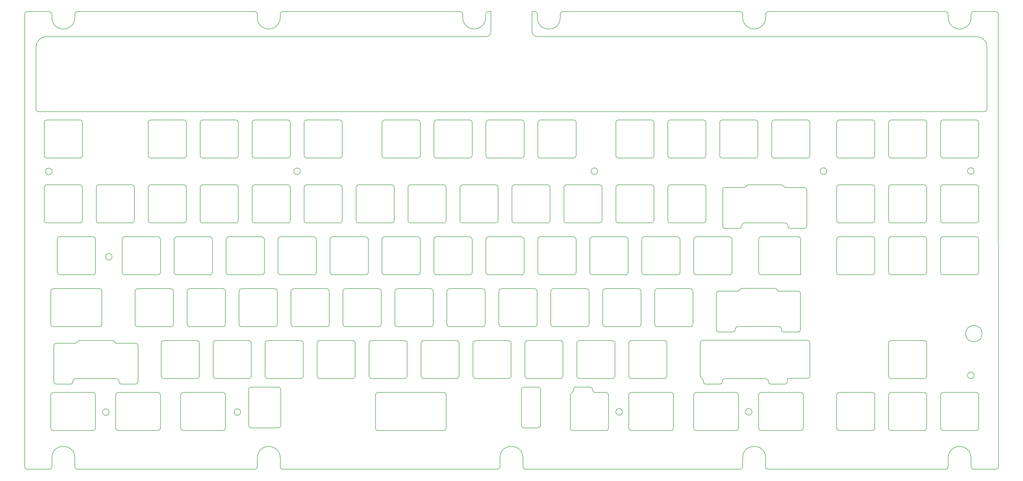
<source format=gbr>
%TF.GenerationSoftware,KiCad,Pcbnew,7.0.5*%
%TF.CreationDate,2023-07-12T21:54:34+02:00*%
%TF.ProjectId,Strata_ANSI,53747261-7461-45f4-914e-53492e6b6963,rev?*%
%TF.SameCoordinates,Original*%
%TF.FileFunction,Profile,NP*%
%FSLAX46Y46*%
G04 Gerber Fmt 4.6, Leading zero omitted, Abs format (unit mm)*
G04 Created by KiCad (PCBNEW 7.0.5) date 2023-07-12 21:54:34*
%MOMM*%
%LPD*%
G01*
G04 APERTURE LIST*
%TA.AperFunction,Profile*%
%ADD10C,0.200000*%
%TD*%
%ADD11C,0.200000*%
G04 APERTURE END LIST*
D10*
X132822756Y92369251D02*
G75*
G03*
X131822749Y91369266I44J-1000051D01*
G01*
X145822680Y79369170D02*
X145822757Y91369177D01*
X223310547Y130468705D02*
X235310554Y130468628D01*
X-21864522Y140282816D02*
G75*
G03*
X-20864516Y141282764I22J999984D01*
G01*
X132239382Y27074575D02*
X132238861Y30273697D01*
X268647498Y40268368D02*
X256647492Y40268444D01*
X54335367Y116469826D02*
G75*
G03*
X55335374Y117469767I33J999974D01*
G01*
X11472602Y78369992D02*
G75*
G03*
X12472608Y79370019I-2J1000008D01*
G01*
X116247537Y59319348D02*
X104247530Y59319424D01*
X84197526Y60319552D02*
X84197602Y72319559D01*
X108010537Y141281944D02*
G75*
G03*
X109010548Y140281937I1000063J56D01*
G01*
X146110595Y141281702D02*
G75*
G03*
X147110569Y140281695I999905J-102D01*
G01*
X220950339Y92456960D02*
X232950338Y92461038D01*
X66147599Y73319674D02*
X78147605Y73319598D01*
X155347613Y72319106D02*
G75*
G03*
X154347647Y73319113I-1000113J-106D01*
G01*
X3235574Y153282618D02*
X3235497Y141282611D01*
X234393097Y78461528D02*
X219517098Y78456472D01*
X156635511Y130469095D02*
G75*
G03*
X155635505Y129469135I-11J-999995D01*
G01*
X237604353Y59409628D02*
X237604346Y58318575D01*
X121010282Y97419311D02*
G75*
G03*
X122010289Y98419332I18J999989D01*
G01*
X163872684Y78369055D02*
X151872677Y78369131D01*
X6709857Y40270034D02*
X-7671401Y40270126D01*
X207735510Y129468803D02*
G75*
G03*
X206735539Y130468810I-1000110J-103D01*
G01*
X202972820Y91368813D02*
G75*
G03*
X201972794Y92368820I-999920J87D01*
G01*
X126939220Y184840967D02*
G75*
G03*
X128939233Y186841010I80J1999933D01*
G01*
X306748003Y116468166D02*
G75*
G03*
X307748010Y117468161I-40J1000047D01*
G01*
X154347647Y73319113D02*
X142347640Y73319189D01*
X268647862Y97418398D02*
X256647855Y97418475D01*
X236604339Y57318581D02*
X231604337Y57318613D01*
X170922777Y92369030D02*
G75*
G03*
X169922770Y91369023I23J-1000030D01*
G01*
D11*
X211513019Y90453752D02*
X211533267Y90655293D01*
X211611482Y90887326D01*
X211741154Y91089922D01*
X211914431Y91255223D01*
X212123461Y91375374D01*
X212360392Y91442517D01*
X212512679Y91454092D01*
D10*
X188972704Y79368896D02*
X188972780Y91368902D01*
X242456236Y97419029D02*
X229455924Y97418648D01*
X125772663Y78369330D02*
G75*
G03*
X126772670Y79369292I37J999970D01*
G01*
X194735595Y140281392D02*
X206735601Y140281316D01*
X245835705Y153281074D02*
X245835628Y141281067D01*
X184210322Y98418936D02*
X184210399Y110418943D01*
X295546049Y194039954D02*
X230624049Y194040368D01*
X16141201Y54270006D02*
G75*
G03*
X15141194Y53269988I-1J-1000006D01*
G01*
X213872447Y115468757D02*
X213872530Y128468764D01*
X174685613Y141281520D02*
G75*
G03*
X175685584Y140281513I999887J-120D01*
G01*
X56622715Y92369745D02*
X68622722Y92369669D01*
X-33864440Y154282854D02*
X-21864433Y154282778D01*
X274697513Y41268330D02*
G75*
G03*
X275697502Y40268323I1000097J90D01*
G01*
X165160351Y98419058D02*
G75*
G03*
X166160306Y97419051I1000049J42D01*
G01*
X-31483825Y54270332D02*
G75*
G03*
X-32483832Y53270291I25J-1000032D01*
G01*
X-21864674Y116470257D02*
X-33864680Y116470334D01*
X51654512Y30275632D02*
X51655034Y27074749D01*
X221224242Y191839714D02*
G75*
G03*
X229624238Y191841082I4199998J616D01*
G01*
X8997568Y73320039D02*
G75*
G03*
X7997561Y72320043I32J-1000039D01*
G01*
X37102374Y47066956D02*
G75*
G03*
X37102374Y47066956I-1200000J0D01*
G01*
X-30102307Y98420300D02*
G75*
G03*
X-29102299Y97420293I1000007J0D01*
G01*
X87578739Y54269468D02*
G75*
G03*
X86578732Y53269533I61J-1000068D01*
G01*
X-32066459Y191841326D02*
X-32066655Y193042209D01*
X174685500Y117469007D02*
G75*
G03*
X175685433Y116469000I999900J-107D01*
G01*
X43255034Y27075141D02*
X43254512Y30274263D01*
X-5289697Y111420204D02*
G75*
G03*
X-6289704Y110420155I-3J-1000004D01*
G01*
X144822763Y92369184D02*
X132822756Y92369260D01*
X54335519Y140282285D02*
X42335512Y140282362D01*
X221224034Y193040597D02*
G75*
G03*
X220224049Y194040434I-999934J-97D01*
G01*
X94722736Y92369502D02*
X106722742Y92369426D01*
X7709942Y53270035D02*
G75*
G03*
X6709946Y54270042I-999942J65D01*
G01*
X-7671312Y54270133D02*
X6709946Y54270042D01*
X218641310Y54268693D02*
X204260052Y54268785D01*
X212785571Y141281278D02*
G75*
G03*
X213785605Y140281271I1000029J22D01*
G01*
X86578656Y41269527D02*
X86578732Y53269533D01*
X160397560Y60319067D02*
G75*
G03*
X161397561Y59319060I1000040J33D01*
G01*
X42335601Y154282369D02*
X54335608Y154282293D01*
X117577352Y194041087D02*
X52655352Y194041501D01*
X17235535Y153282528D02*
G75*
G03*
X16235587Y154282535I-999935J72D01*
G01*
X293748003Y117468250D02*
G75*
G03*
X294747997Y116468243I1000059J52D01*
G01*
X193735677Y153281405D02*
X193735600Y141281399D01*
X30522369Y40269924D02*
G75*
G03*
X31522376Y41269877I31J999976D01*
G01*
X102960279Y98419453D02*
X102960355Y110419460D01*
X-30368332Y72321537D02*
X-23662383Y72323816D01*
X61385460Y130469747D02*
G75*
G03*
X60385453Y129469741I40J-1000047D01*
G01*
X268647498Y40268365D02*
G75*
G03*
X269647505Y41268362I-38J1000045D01*
G01*
X-33864440Y154282847D02*
G75*
G03*
X-34864447Y153282860I40J-1000047D01*
G01*
X274698220Y153280890D02*
X274698144Y141280884D01*
X168635429Y116469064D02*
G75*
G03*
X169635436Y117469039I71J999936D01*
G01*
X-15814688Y117470219D02*
G75*
G03*
X-14814670Y116470212I999888J-119D01*
G01*
X293748079Y129468256D02*
X293748003Y117468250D01*
X188685446Y117468918D02*
X188685522Y129468925D01*
X166135035Y55269028D02*
G75*
G03*
X165135044Y56269035I-999935J72D01*
G01*
X231835621Y141281156D02*
X231835697Y153281163D01*
X307748087Y129468167D02*
G75*
G03*
X306748093Y130468174I-1000004J3D01*
G01*
X306747882Y97418156D02*
X294747876Y97418232D01*
X206735449Y116468844D02*
G75*
G03*
X207735456Y117468797I51J999956D01*
G01*
X305946049Y194039888D02*
G75*
G03*
X304946043Y193039725I46J-1000052D01*
G01*
X304945210Y30274020D02*
X304945731Y27073137D01*
X121010644Y154281869D02*
X109010637Y154281945D01*
X84197545Y60319552D02*
G75*
G03*
X85197520Y59319545I1000055J48D01*
G01*
X-14721163Y78370156D02*
G75*
G03*
X-13721156Y79370185I63J999944D01*
G01*
X104247620Y73319432D02*
X116247626Y73319355D01*
X293748154Y141280762D02*
G75*
G03*
X294748149Y140280756I1000003J-3D01*
G01*
X63860340Y111419709D02*
X51860334Y111419785D01*
X294747512Y40268202D02*
X306747519Y40268125D01*
X221872458Y116468749D02*
G75*
G03*
X220872451Y115468712I42J-1000049D01*
G01*
X121010555Y140281838D02*
G75*
G03*
X122010562Y141281855I45J999962D01*
G01*
D11*
X220084484Y91956665D02*
X220222094Y92141950D01*
X220395403Y92288629D01*
X220596602Y92392189D01*
X220817882Y92448120D01*
X220950339Y92456960D01*
D10*
X42335450Y130469857D02*
G75*
G03*
X41335443Y129469862I50J-1000057D01*
G01*
X228072929Y111418664D02*
X241456242Y111418579D01*
X160110386Y110419096D02*
X160110309Y98419090D01*
X234682729Y91461627D02*
X241388678Y91463906D01*
X287698145Y140280800D02*
G75*
G03*
X288698152Y141280795I33J999974D01*
G01*
X159110303Y97419091D02*
G75*
G03*
X160110309Y98419090I-103J1000109D01*
G01*
X169922710Y79369017D02*
G75*
G03*
X170922688Y78369010I999890J-117D01*
G01*
X156635422Y116469122D02*
X168635429Y116469045D01*
X140639346Y27074183D02*
G75*
G03*
X141639376Y26074346I1000054J217D01*
G01*
X219641228Y41268680D02*
X219641304Y53268686D01*
X227072558Y53268639D02*
X227072482Y41268633D01*
X46097505Y60319795D02*
X46097582Y72319801D01*
X128060648Y154281824D02*
X140060654Y154281747D01*
X35285357Y116469894D02*
X23285350Y116469970D01*
X-33066648Y194042046D02*
X-41062442Y194042097D01*
X93722695Y79369502D02*
G75*
G03*
X94722647Y78369495I999905J-102D01*
G01*
X195828791Y53268838D02*
X195828715Y41268832D01*
X269647581Y53268368D02*
X269647505Y41268362D01*
X60097589Y72319712D02*
X60097513Y60319705D01*
X113772746Y92369361D02*
G75*
G03*
X112772739Y91369387I54J-1000061D01*
G01*
X293748231Y153280769D02*
X293748154Y141280762D01*
X197210323Y97418853D02*
X185210317Y97418929D01*
X23285502Y140282483D02*
X35285508Y140282407D01*
D11*
X-9930673Y73328484D02*
X-9701405Y73301951D01*
X-9487723Y73225200D01*
X-9297437Y73102737D01*
X-9138360Y72939069D01*
X-9064477Y72828778D01*
D10*
X-32066654Y193042209D02*
G75*
G03*
X-33066648Y194042046I-999946J-109D01*
G01*
X50834887Y41269754D02*
X41078631Y41269816D01*
X159110575Y140281618D02*
G75*
G03*
X160110582Y141281613I25J999982D01*
G01*
X122010669Y153281862D02*
G75*
G03*
X121010644Y154281869I-1000069J-62D01*
G01*
X61385460Y130469735D02*
X73385467Y130469659D01*
X-23666908Y27075229D02*
G75*
G03*
X-22666972Y26075392I999908J71D01*
G01*
X158575635Y54166802D02*
G75*
G03*
X159135033Y55064455I-440435J897598D01*
G01*
X140078680Y42269187D02*
G75*
G03*
X141078685Y41269180I1000020J13D01*
G01*
X52655028Y26074912D02*
X131239376Y26074412D01*
X206728364Y58318771D02*
G75*
G03*
X207728324Y57318764I1000036J29D01*
G01*
X252016898Y135518194D02*
G75*
G03*
X252016898Y135518194I-1200000J0D01*
G01*
X43255541Y191840847D02*
X43255345Y193041730D01*
X127060293Y98419300D02*
G75*
G03*
X128060286Y97419293I1000007J0D01*
G01*
X-20864635Y129470258D02*
G75*
G03*
X-21864585Y130470265I-999965J42D01*
G01*
X-14721073Y92370199D02*
X-31483583Y92370306D01*
X-31363573Y58321198D02*
X-31367992Y71321197D01*
X40047585Y73319840D02*
X28047578Y73319916D01*
X41078727Y56269880D02*
G75*
G03*
X40078720Y55269830I-27J-999980D01*
G01*
X194735532Y130468887D02*
X206735539Y130468810D01*
X220224049Y194040434D02*
X155302049Y194040847D01*
X-8671374Y41270133D02*
G75*
G03*
X-7671401Y40270126I1000074J67D01*
G01*
X-33864591Y130470341D02*
X-21864585Y130470265D01*
X203260308Y98418815D02*
G75*
G03*
X204260327Y97418808I999892J-115D01*
G01*
X83910388Y110419581D02*
G75*
G03*
X82910350Y111419588I-1000088J-81D01*
G01*
X216260333Y97418732D02*
X204260327Y97418808D01*
X131535495Y129469288D02*
G75*
G03*
X130535497Y130469295I-999995J12D01*
G01*
X230604313Y58318619D02*
G75*
G03*
X231604337Y57318613I999887J-119D01*
G01*
X232835704Y154281203D02*
G75*
G03*
X231835697Y153281163I-4J-1000003D01*
G01*
X79147600Y72319591D02*
X79147523Y60319584D01*
X243748457Y114468566D02*
X238748454Y114468598D01*
X-31483672Y78370298D02*
X-14721163Y78370191D01*
X130535497Y130469295D02*
X118535491Y130469372D01*
X168016909Y135476240D02*
G75*
G03*
X168016909Y135476240I-1200000J0D01*
G01*
X127060564Y141281823D02*
X127060641Y153281830D01*
X112485516Y129469409D02*
G75*
G03*
X111485487Y130469416I-1000116J-109D01*
G01*
X187685528Y130468931D02*
X175685522Y130469008D01*
X-34084499Y184842048D02*
X126939220Y184841023D01*
X236176580Y129968625D02*
G75*
G03*
X237042599Y129468617I866020J499975D01*
G01*
X306016892Y135545165D02*
G75*
G03*
X306016892Y135545165I-1200000J0D01*
G01*
X269647946Y110418399D02*
G75*
G03*
X268647951Y111418406I-1000086J-79D01*
G01*
X255648059Y129468499D02*
X255647982Y117468492D01*
X108010314Y98419421D02*
G75*
G03*
X109010275Y97419414I999886J-121D01*
G01*
X216260333Y97418660D02*
G75*
G03*
X217260340Y98418726I67J999940D01*
G01*
X126977346Y193040858D02*
X126977541Y191841737D01*
X111485398Y116469395D02*
G75*
G03*
X112485405Y117469403I-98J1000105D01*
G01*
X3235391Y117470098D02*
G75*
G03*
X4235340Y116470091I999909J-98D01*
G01*
X201972704Y78368789D02*
G75*
G03*
X202972711Y79368807I-104J1000111D01*
G01*
X123297630Y73319277D02*
G75*
G03*
X122297623Y72319316I-130J-999877D01*
G01*
X41335518Y141282369D02*
X41335594Y153282375D01*
X-34864523Y141282853D02*
X-34864447Y153282860D01*
X194828708Y40268837D02*
X180447450Y40268929D01*
X164872767Y91369056D02*
X164872691Y79369049D01*
X169635553Y129469046D02*
G75*
G03*
X168635518Y130469053I-999953J54D01*
G01*
X127977352Y194040954D02*
G75*
G03*
X126977346Y193040858I48J-1000054D01*
G01*
D11*
X-31367992Y71321197D02*
X-31347743Y71522738D01*
X-31269528Y71754771D01*
X-31139856Y71957367D01*
X-30966579Y72122668D01*
X-30757549Y72242819D01*
X-30520618Y72309962D01*
X-30368332Y72321537D01*
D10*
X69622669Y91369662D02*
G75*
G03*
X68622722Y92369669I-999969J38D01*
G01*
X160110403Y110419096D02*
G75*
G03*
X159110392Y111419103I-1000103J-96D01*
G01*
X28047578Y73319929D02*
G75*
G03*
X27047571Y72319922I22J-1000029D01*
G01*
X117247620Y72319348D02*
X117247544Y60319342D01*
X221224238Y191839714D02*
X221224043Y193040597D01*
X46097488Y60319795D02*
G75*
G03*
X47097500Y59319788I1000012J5D01*
G01*
X7710227Y98420059D02*
X7710303Y110420066D01*
X220223725Y26073869D02*
G75*
G03*
X221223731Y27074008I-25J1000031D01*
G01*
X150585474Y129469167D02*
G75*
G03*
X149585508Y130469174I-999974J33D01*
G01*
X-34084499Y184842023D02*
G75*
G03*
X-37866523Y181060072I-1J-3782023D01*
G01*
X229455924Y97418648D02*
X228072840Y97418657D01*
X8997479Y59320030D02*
X20997486Y59319954D01*
X213785694Y154281313D02*
G75*
G03*
X212785687Y153281284I6J-1000013D01*
G01*
X179160396Y110418975D02*
X179160320Y98418968D01*
X89960627Y154282080D02*
G75*
G03*
X88960620Y153282072I-27J-999980D01*
G01*
X44810241Y97419823D02*
X32810234Y97419899D01*
X313987041Y26073248D02*
G75*
G03*
X314987048Y27073411I79J999928D01*
G01*
X47097589Y73319818D02*
G75*
G03*
X46097582Y72319801I11J-1000018D01*
G01*
X85197609Y73319553D02*
X97197616Y73319476D01*
X88960347Y110419549D02*
X88960271Y98419542D01*
X212728326Y57318733D02*
X207728324Y57318764D01*
X175685673Y154281534D02*
G75*
G03*
X174685666Y153281527I27J-1000034D01*
G01*
X189972787Y92368920D02*
G75*
G03*
X188972780Y91368902I13J-1000020D01*
G01*
X193735449Y117468886D02*
X193735525Y129468892D01*
X113772746Y92369381D02*
X125772752Y92369305D01*
X-31483583Y92370289D02*
G75*
G03*
X-32483589Y91370311I-17J-999989D01*
G01*
X307747602Y53268126D02*
G75*
G03*
X306747608Y54268133I-999924J83D01*
G01*
X93435438Y129469531D02*
G75*
G03*
X92435477Y130469538I-999938J69D01*
G01*
X256647944Y111418482D02*
X268647951Y111418406D01*
X-20864591Y129470258D02*
X-20864667Y117470252D01*
X-22666972Y26075392D02*
X42255028Y26074978D01*
X15141074Y41269981D02*
G75*
G03*
X16141112Y40269974I1000026J19D01*
G01*
X149585419Y116469166D02*
X137585412Y116469243D01*
X174685666Y153281527D02*
X174685590Y141281520D01*
X70910344Y111419663D02*
G75*
G03*
X69910337Y110419670I56J-1000063D01*
G01*
D11*
X206728331Y58631300D02*
X206707053Y58835215D01*
X206644867Y59030594D01*
X206581905Y59151985D01*
D10*
X40047496Y59319797D02*
G75*
G03*
X41047503Y60319827I4J1000003D01*
G01*
X147078778Y55269149D02*
X147078695Y42269142D01*
X41335562Y141282369D02*
G75*
G03*
X42335512Y140282362I1000038J31D01*
G01*
X4235429Y130470078D02*
G75*
G03*
X3235422Y129470105I-129J-999878D01*
G01*
X197210323Y97418870D02*
G75*
G03*
X198210330Y98418847I-23J1000030D01*
G01*
X140638861Y30275066D02*
X140639383Y27074183D01*
X22285584Y153282496D02*
X22285508Y141282490D01*
X268647983Y116468410D02*
G75*
G03*
X269647990Y117468403I-33J1000040D01*
G01*
X182922694Y78368899D02*
G75*
G03*
X183922701Y79368928I6J1000001D01*
G01*
X173397657Y73318992D02*
X161397650Y73319068D01*
X56622715Y92369792D02*
G75*
G03*
X55622708Y91369751I-15J-999992D01*
G01*
X128060375Y111419332D02*
G75*
G03*
X127060368Y110419306I25J-1000032D01*
G01*
X37572705Y92369866D02*
X49572711Y92369790D01*
X255647985Y117468492D02*
G75*
G03*
X256647976Y116468485I999975J-32D01*
G01*
X-13721101Y91370192D02*
G75*
G03*
X-14721073Y92370199I-999999J8D01*
G01*
X-20864439Y153282771D02*
X-20864516Y141282764D01*
X293747594Y53268215D02*
X293747518Y41268208D01*
X45810324Y110419823D02*
X45810248Y98419817D01*
X268647862Y97418401D02*
G75*
G03*
X269647869Y98418393I8J999999D01*
G01*
X150585502Y129469167D02*
X150585426Y117469161D01*
X70910255Y97419657D02*
X82910261Y97419580D01*
X12760230Y98420027D02*
X12760306Y110420034D01*
X31522711Y91369904D02*
G75*
G03*
X30522701Y92369911I-1000111J-104D01*
G01*
X20997486Y59320008D02*
G75*
G03*
X21997492Y60319948I14J999992D01*
G01*
X18522694Y92370012D02*
G75*
G03*
X17522688Y91369993I6J-1000012D01*
G01*
X118577539Y191840368D02*
G75*
G03*
X126977541Y191841737I4200001J682D01*
G01*
X-16102176Y110420217D02*
G75*
G03*
X-17102204Y111420224I-999924J83D01*
G01*
X236604339Y57318554D02*
G75*
G03*
X237604346Y58318575I61J999946D01*
G01*
X288697636Y60318251D02*
X288697713Y72318257D01*
X307747966Y110418157D02*
X307747889Y98418150D01*
X275697955Y111418362D02*
G75*
G03*
X274697948Y110418367I55J-1000062D01*
G01*
X109010637Y154281970D02*
G75*
G03*
X108010630Y153281951I-37J-999970D01*
G01*
X-20864422Y153282771D02*
G75*
G03*
X-21864433Y154282778I-1000078J-71D01*
G01*
X109010548Y140281937D02*
X121010555Y140281861D01*
X41047503Y60319827D02*
X41047579Y72319833D01*
X98485385Y117469492D02*
G75*
G03*
X99485392Y116469485I1000015J8D01*
G01*
X26760314Y110419945D02*
X26760237Y98419938D01*
X288697955Y110418278D02*
G75*
G03*
X287697961Y111418285I-1000045J-38D01*
G01*
X-29102210Y111420317D02*
G75*
G03*
X-30102217Y110420306I10J-1000017D01*
G01*
X287697719Y73318264D02*
X275697712Y73318341D01*
X306748155Y140280679D02*
G75*
G03*
X307748162Y141280673I32J999975D01*
G01*
X159110303Y97419095D02*
X147110296Y97419172D01*
X146078688Y41269148D02*
X141078685Y41269180D01*
X306748244Y154280687D02*
X294748238Y154280763D01*
X158016165Y41269072D02*
G75*
G03*
X159016189Y40269065I1000035J28D01*
G01*
X55622637Y79369744D02*
G75*
G03*
X56622626Y78369737I1000063J56D01*
G01*
X27047409Y60319916D02*
G75*
G03*
X28047489Y59319909I999991J-16D01*
G01*
X165135044Y56269035D02*
X160135041Y56269067D01*
X287697872Y97418277D02*
G75*
G03*
X288697879Y98418271I6J1000001D01*
G01*
X13760313Y111420028D02*
X25760320Y111419952D01*
X118577541Y191840368D02*
X118577345Y193041250D01*
X102960551Y141281976D02*
X102960628Y153281983D01*
X104247620Y73319487D02*
G75*
G03*
X103247613Y72319437I-20J-999987D01*
G01*
X244748574Y128468567D02*
G75*
G03*
X243748552Y129468574I-1000074J-67D01*
G01*
X-21864522Y140282770D02*
X-33864529Y140282847D01*
X236748466Y116468612D02*
X221872458Y116468706D01*
X256648217Y154280990D02*
G75*
G03*
X255648210Y153281011I-117J-999890D01*
G01*
X132822667Y78369252D02*
X144822674Y78369176D01*
X165160312Y98419058D02*
X165160389Y110419064D01*
X17235505Y141282522D02*
X17235581Y153282528D01*
X304946043Y193039725D02*
X304946238Y191840603D01*
X307747525Y41268119D02*
X307747602Y53268126D01*
X51860334Y111419773D02*
G75*
G03*
X50860327Y110419791I-134J-999873D01*
G01*
X-34864553Y141282853D02*
G75*
G03*
X-33864529Y140282847I1000053J47D01*
G01*
X-32066966Y27075621D02*
X-32067487Y30274743D01*
X61385612Y154282295D02*
G75*
G03*
X60385605Y153282254I-12J-999995D01*
G01*
X158575634Y54166803D02*
G75*
G03*
X158016271Y53269079I440666J-897703D01*
G01*
D11*
X-22796527Y72824111D02*
X-22934137Y72638825D01*
X-23107447Y72492146D01*
X-23308646Y72388586D01*
X-23529926Y72332655D01*
X-23662383Y72323816D01*
D10*
X229624043Y193040205D02*
X229624238Y191841082D01*
X193735592Y141281399D02*
G75*
G03*
X194735595Y140281392I1000008J1D01*
G01*
X188972689Y79368896D02*
G75*
G03*
X189972698Y78368889I1000011J4D01*
G01*
X177102357Y47136880D02*
G75*
G03*
X177102357Y47136880I-1200000J0D01*
G01*
X7710273Y110420066D02*
G75*
G03*
X6710309Y111420073I-999973J34D01*
G01*
X201972704Y78368812D02*
X189972698Y78368889D01*
X142347640Y73319167D02*
G75*
G03*
X141347633Y72319195I60J-1000067D01*
G01*
X225785611Y140281182D02*
G75*
G03*
X226785618Y141281189I-111J1000118D01*
G01*
X244837334Y59409566D02*
G75*
G03*
X245837334Y60409634I66J999934D01*
G01*
X187685680Y154281444D02*
X175685673Y154281521D01*
X194735532Y130468875D02*
G75*
G03*
X193735525Y129468892I-132J-999875D01*
G01*
X35285357Y116469936D02*
G75*
G03*
X36285364Y117469888I43J999964D01*
G01*
X275697987Y116468364D02*
X287697993Y116468288D01*
X140638859Y30275066D02*
G75*
G03*
X132238861Y30273697I-4199999J-716D01*
G01*
X164872762Y91369056D02*
G75*
G03*
X163872773Y92369062I-999962J44D01*
G01*
X32810323Y111419907D02*
X44810330Y111419830D01*
X306747608Y54268133D02*
X294747601Y54268209D01*
X102960590Y153281983D02*
G75*
G03*
X101960633Y154281990I-999990J17D01*
G01*
X150872683Y79369138D02*
X150872760Y91369145D01*
X73385377Y116469616D02*
G75*
G03*
X74385384Y117469645I23J999984D01*
G01*
X128939279Y194041015D02*
X127977352Y194041021D01*
X294748149Y140280756D02*
X306748155Y140280679D01*
X308972771Y75846697D02*
G75*
G03*
X308972771Y75846697I-3000000J0D01*
G01*
X269648066Y129468409D02*
G75*
G03*
X268648072Y130468416I-1000096J-89D01*
G01*
X230604326Y58318619D02*
G75*
G03*
X229604348Y59318626I-999926J81D01*
G01*
X128060375Y111419301D02*
X140060381Y111419224D01*
X244835622Y140281072D02*
G75*
G03*
X245835628Y141281067I-122J1000128D01*
G01*
X204260416Y111418816D02*
X216260422Y111418739D01*
X268648134Y140280919D02*
G75*
G03*
X269648141Y141280916I106J999901D01*
G01*
X179447456Y41268936D02*
X179447533Y53268942D01*
X160397644Y72319074D02*
X160397567Y60319067D01*
X221223731Y27074008D02*
X221223210Y30273131D01*
X86578620Y41269527D02*
G75*
G03*
X87578650Y40269520I1000080J73D01*
G01*
X49572622Y78369771D02*
G75*
G03*
X50572629Y79369776I-122J1000129D01*
G01*
X242456236Y110418579D02*
X242456236Y97419029D01*
X65147466Y60319673D02*
G75*
G03*
X66147510Y59319666I1000034J27D01*
G01*
X50860327Y110419791D02*
X50860250Y98419785D01*
X307748162Y141280673D02*
X307748238Y153280680D01*
X306747519Y40268125D02*
G75*
G03*
X307747525Y41268119I-38J1000044D01*
G01*
X304945731Y27073137D02*
G75*
G03*
X305945725Y26073300I999982J145D01*
G01*
X-37866725Y158282881D02*
G75*
G03*
X-36866674Y157282875I1000025J19D01*
G01*
X137585501Y130469250D02*
X149585508Y130469174D01*
X194828708Y40268885D02*
G75*
G03*
X195828715Y41268832I-8J1000015D01*
G01*
X7997530Y60320037D02*
G75*
G03*
X8997479Y59320030I1000070J63D01*
G01*
X241393776Y76463907D02*
X236393776Y76462208D01*
X122010365Y110419339D02*
X122010289Y98419332D01*
X144822674Y78369220D02*
G75*
G03*
X145822680Y79369170I26J999980D01*
G01*
X-23667513Y30276112D02*
G75*
G03*
X-32067487Y30274743I-4199987J-712D01*
G01*
X121010282Y97419338D02*
X109010275Y97419414D01*
X175685433Y116469000D02*
X187685439Y116468924D01*
X288698000Y117468282D02*
X288698076Y129468288D01*
X-527405Y78370101D02*
X11472602Y78370025D01*
X68622632Y78369661D02*
G75*
G03*
X69622639Y79369655I68J999939D01*
G01*
X60385605Y153282254D02*
X60385528Y141282247D01*
X23285439Y130469978D02*
X35285446Y130469901D01*
X141060648Y153281740D02*
X141060572Y141281734D01*
X108010630Y153281951D02*
X108010554Y141281944D01*
X74385572Y153282165D02*
G75*
G03*
X73385618Y154282172I-999972J35D01*
G01*
X187685591Y140281402D02*
G75*
G03*
X188685598Y141281431I9J999998D01*
G01*
X274697584Y53268336D02*
X274697508Y41268330D01*
X111484913Y40269380D02*
G75*
G03*
X112484920Y41269362I-13J1000020D01*
G01*
X127060292Y98419300D02*
X127060368Y110419306D01*
X147078756Y55269149D02*
G75*
G03*
X146078784Y56269156I-999956J51D01*
G01*
X-32483602Y79370305D02*
G75*
G03*
X-31483672Y78370298I999902J-105D01*
G01*
X36572622Y79369865D02*
X36572698Y91369872D01*
X36285501Y129469894D02*
G75*
G03*
X35285446Y130469901I-1000101J-94D01*
G01*
X43255539Y191840847D02*
G75*
G03*
X51655541Y191842216I4200001J683D01*
G01*
X198210406Y110418854D02*
X198210330Y98418847D01*
X146110651Y153281708D02*
X146110575Y141281702D01*
X-6289704Y110420155D02*
X-6289780Y98420148D01*
X35285508Y140282385D02*
G75*
G03*
X36285515Y141282401I-108J1000115D01*
G01*
X-1487235Y57331353D02*
X-6487235Y57329653D01*
X-5289786Y97420142D02*
X6710220Y97420065D01*
X158016271Y53269079D02*
X158016195Y41269072D01*
X36285515Y141282401D02*
X36285592Y153282407D01*
D11*
X242393436Y77464247D02*
X242373188Y77262705D01*
X242294972Y77030672D01*
X242165301Y76828076D01*
X241992024Y76662775D01*
X241782994Y76542624D01*
X241546062Y76475481D01*
X241393776Y76463907D01*
D10*
X112772574Y79369381D02*
G75*
G03*
X113772657Y78369374I1000026J19D01*
G01*
X-13721156Y79370185D02*
X-13721079Y91370192D01*
X60097619Y72319712D02*
G75*
G03*
X59097595Y73319719I-1000119J-112D01*
G01*
X274698147Y141280884D02*
G75*
G03*
X275698138Y140280877I999963J-44D01*
G01*
X-31983066Y135376348D02*
G75*
G03*
X-31983066Y135376348I-1200000J0D01*
G01*
X63860251Y97419742D02*
G75*
G03*
X64860258Y98419696I49J999958D01*
G01*
X256647581Y54268426D02*
G75*
G03*
X255647574Y53268457I19J-1000026D01*
G01*
X150872631Y79369138D02*
G75*
G03*
X151872677Y78369131I1000069J62D01*
G01*
X108010281Y98419421D02*
X108010358Y110419428D01*
X307748010Y117468161D02*
X307748087Y129468167D01*
X296545731Y27073529D02*
X296545210Y30272651D01*
X294747601Y54268209D02*
G75*
G03*
X293747594Y53268215I-57J-999950D01*
G01*
X223310547Y130468704D02*
G75*
G03*
X222444518Y129968710I53J-1000104D01*
G01*
X-16102607Y53270187D02*
G75*
G03*
X-17102567Y54270193I-999993J13D01*
G01*
D11*
X-7780708Y59036320D02*
X-7642432Y58863522D01*
X-7546246Y58666466D01*
X-7495244Y58452621D01*
X-7487574Y58329313D01*
D10*
X128060648Y154281759D02*
G75*
G03*
X127060641Y153281830I52J-1000059D01*
G01*
D11*
X236393776Y76462208D02*
X236173814Y76486619D01*
X235966460Y76557944D01*
X235779185Y76673092D01*
X235686570Y76754861D01*
D10*
X-8487914Y59328973D02*
X-23363913Y59323917D01*
X141639376Y26074346D02*
X220223725Y26073845D01*
X-41062442Y194042148D02*
G75*
G03*
X-42062448Y193041934I42J-1000048D01*
G01*
X275697623Y59318333D02*
X287697630Y59318257D01*
X30522612Y78369881D02*
G75*
G03*
X31522619Y79369898I-112J1000119D01*
G01*
X229623210Y30274500D02*
G75*
G03*
X221223210Y30273131I-4200000J-700D01*
G01*
X112772663Y79369381D02*
X112772739Y91369387D01*
X35285597Y154282414D02*
X23285591Y154282490D01*
X59097506Y59319711D02*
X47097500Y59319788D01*
X131822652Y79369259D02*
G75*
G03*
X132822667Y78369252I1000048J41D01*
G01*
X106722653Y78369440D02*
G75*
G03*
X107722660Y79369413I47J999960D01*
G01*
X-1814580Y129470137D02*
X-1814657Y117470130D01*
X159110664Y154281626D02*
X147110658Y154281703D01*
X145902242Y191840193D02*
G75*
G03*
X154302238Y191841562I4199998J687D01*
G01*
X12472732Y91370025D02*
G75*
G03*
X11472691Y92370032I-999932J75D01*
G01*
X-6289758Y98420148D02*
G75*
G03*
X-5289786Y97420142I1000058J52D01*
G01*
X242453734Y40268459D02*
G75*
G03*
X243453741Y41268528I66J999941D01*
G01*
X172016296Y53268990D02*
G75*
G03*
X171016284Y54268996I-1000096J-90D01*
G01*
X16235347Y116470047D02*
G75*
G03*
X17235353Y117470009I53J999953D01*
G01*
X192447667Y73318870D02*
X180447661Y73318947D01*
X307748238Y153280680D02*
G75*
G03*
X306748244Y154280687I-1000062J-55D01*
G01*
X145822784Y91369177D02*
G75*
G03*
X144822763Y92369184I-1000084J-77D01*
G01*
X51655012Y27074749D02*
G75*
G03*
X52655028Y26074912I999888J51D01*
G01*
X17522688Y91369993D02*
X17522611Y79369987D01*
X288698152Y141280795D02*
X288698228Y153280801D01*
X-491993Y71331692D02*
X-487575Y58331692D01*
X309746013Y157280669D02*
X-36866674Y157282875D01*
X85197609Y73319598D02*
G75*
G03*
X84197602Y72319559I-9J-999998D01*
G01*
X51834976Y55269755D02*
X51834894Y42269748D01*
X-2814664Y116470136D02*
X-14814670Y116470212D01*
X68622632Y78369661D02*
X56622626Y78369737D01*
X245835681Y153281074D02*
G75*
G03*
X244835711Y154281081I-999981J26D01*
G01*
X54335367Y116469772D02*
X42335361Y116469849D01*
X26760352Y110419945D02*
G75*
G03*
X25760320Y111419952I-999952J55D01*
G01*
X269647945Y110418399D02*
X269647869Y98418393D01*
X171016284Y54268996D02*
X167135032Y54269021D01*
X293747518Y41268208D02*
G75*
G03*
X294747512Y40268202I999970J-36D01*
G01*
X229623779Y27073616D02*
G75*
G03*
X230623725Y26073779I999921J84D01*
G01*
X103247524Y60319431D02*
G75*
G03*
X104247530Y59319424I1000076J69D01*
G01*
X227072757Y98418664D02*
G75*
G03*
X228072840Y97418657I1000043J36D01*
G01*
X145939667Y184840902D02*
X306964188Y184839877D01*
X131822749Y91369266D02*
X131822673Y79369259D01*
X206735690Y154281323D02*
X194735684Y154281399D01*
X4235429Y130470099D02*
X16235436Y130470022D01*
X151872766Y92369140D02*
G75*
G03*
X150872760Y91369145I34J-1000040D01*
G01*
X16235347Y116470015D02*
X4235340Y116470091D01*
X145902238Y191840193D02*
X145902043Y193041076D01*
X40078637Y42269823D02*
X40078720Y55269830D01*
X140060292Y97419217D02*
X128060286Y97419293D01*
X183922741Y91368934D02*
G75*
G03*
X182922783Y92368941I-999941J66D01*
G01*
D11*
X241388678Y91463906D02*
X241608639Y91439494D01*
X241815993Y91368169D01*
X242003268Y91253021D01*
X242095884Y91171253D01*
D10*
X41335367Y117469856D02*
X41335443Y129469862D01*
X42255352Y194041567D02*
X-22666648Y194041980D01*
X135297547Y59319226D02*
X123297541Y59319303D01*
X146110272Y98419179D02*
G75*
G03*
X147110296Y97419172I1000028J21D01*
G01*
X142347551Y59319182D02*
X154347558Y59319105D01*
X147110385Y111419179D02*
X159110392Y111419103D01*
X97197527Y59319466D02*
G75*
G03*
X98197534Y60319463I73J999934D01*
G01*
X92435388Y116469505D02*
G75*
G03*
X93435395Y117469524I12J999995D01*
G01*
X-33066972Y26075466D02*
G75*
G03*
X-32066966Y27075621I72J999934D01*
G01*
X274697994Y117468371D02*
G75*
G03*
X275697987Y116468364I1000016J9D01*
G01*
X193735479Y117468886D02*
G75*
G03*
X194735443Y116468879I999921J-86D01*
G01*
X229623210Y30274500D02*
X229623731Y27073616D01*
X-9995844Y104062566D02*
G75*
G03*
X-9995844Y104062566I-1200000J0D01*
G01*
X287697630Y59318257D02*
G75*
G03*
X288697636Y60318251I92J999914D01*
G01*
X172016202Y41268983D02*
X172016279Y53268990D01*
X255648210Y153281011D02*
X255648134Y141281005D01*
X136585443Y117469250D02*
G75*
G03*
X137585412Y116469243I1000057J50D01*
G01*
X-17102567Y54270193D02*
X-31483825Y54270285D01*
X-32483589Y91370311D02*
X-32483666Y79370305D01*
X-16102286Y98420211D02*
X-16102209Y110420217D01*
X28047489Y59319909D02*
X40047496Y59319833D01*
X226785618Y141281189D02*
X226785695Y153281195D01*
X16235587Y154282535D02*
X4235581Y154282612D01*
X55335450Y129469773D02*
X55335374Y117469767D01*
X230623725Y26073779D02*
X295545725Y26073366D01*
D11*
X242095884Y91171253D02*
X242234159Y90998455D01*
X242330345Y90801399D01*
X242381347Y90587554D01*
X242389018Y90464246D01*
D10*
X94722736Y92369471D02*
G75*
G03*
X93722729Y91369508I-136J-999871D01*
G01*
X224602351Y47160604D02*
G75*
G03*
X224602351Y47160604I-1200000J0D01*
G01*
X304945210Y30274020D02*
G75*
G03*
X296545210Y30272651I-4200000J-622D01*
G01*
X41047540Y72319833D02*
G75*
G03*
X40047585Y73319840I-999940J67D01*
G01*
X117247655Y72319348D02*
G75*
G03*
X116247626Y73319355I-999955J52D01*
G01*
X218641221Y40268672D02*
G75*
G03*
X219641228Y41268680I-121J1000128D01*
G01*
X211517438Y77453753D02*
X211513019Y90453752D01*
X4235581Y154282626D02*
G75*
G03*
X3235574Y153282618I19J-1000026D01*
G01*
X305945725Y26073300D02*
X313987041Y26073248D01*
X243748457Y114468536D02*
G75*
G03*
X244748464Y115468560I43J999964D01*
G01*
D11*
X220084484Y91956665D02*
X219946873Y91771379D01*
X219773563Y91624700D01*
X219572364Y91521140D01*
X219351084Y91465209D01*
X219218628Y91456371D01*
D10*
X118577387Y193041250D02*
G75*
G03*
X117577352Y194041087I-1000087J-250D01*
G01*
X122297603Y60319310D02*
G75*
G03*
X123297541Y59319303I999897J-110D01*
G01*
X314960000Y193040000D02*
G75*
G03*
X313960006Y194039837I-999931J-94D01*
G01*
X269648141Y141280916D02*
X269648218Y153280922D01*
X51860245Y97419778D02*
X63860251Y97419702D01*
X207735533Y129468803D02*
X207735456Y117468797D01*
X166135021Y55269028D02*
G75*
G03*
X167135032Y54269021I1000079J72D01*
G01*
X228072565Y54268642D02*
G75*
G03*
X227072558Y53268639I35J-1000042D01*
G01*
D11*
X235100303Y78168875D02*
X235238578Y77996076D01*
X235334764Y77799021D01*
X235385766Y77585176D01*
X235393437Y77461868D01*
D10*
X192447578Y59318915D02*
G75*
G03*
X193447585Y60318857I22J999985D01*
G01*
X-41035406Y26075508D02*
X-33066972Y26075458D01*
X213785605Y140281271D02*
X225785611Y140281194D01*
X3235346Y117470098D02*
X3235422Y129470105D01*
X161397561Y59319060D02*
X173397568Y59318984D01*
X31522376Y41269877D02*
X31522453Y53269883D01*
X226785602Y153281195D02*
G75*
G03*
X225785700Y154281202I-1000002J5D01*
G01*
X98197610Y72319470D02*
X98197534Y60319463D01*
X207735723Y153281316D02*
G75*
G03*
X206735690Y154281323I-999923J84D01*
G01*
X256648065Y130468541D02*
G75*
G03*
X255648059Y129468499I35J-1000041D01*
G01*
X128939233Y186841010D02*
X128939279Y194041015D01*
X135297547Y59319246D02*
G75*
G03*
X136297554Y60319221I53J999954D01*
G01*
X59097506Y59319687D02*
G75*
G03*
X60097513Y60319705I-106J1000113D01*
G01*
X18522605Y78369980D02*
X30522612Y78369903D01*
X179447539Y60318946D02*
G75*
G03*
X180447572Y59318939I1000061J54D01*
G01*
X41335349Y117469856D02*
G75*
G03*
X42335361Y116469849I1000051J44D01*
G01*
X78147516Y59319590D02*
X66147510Y59319666D01*
X50834887Y41269806D02*
G75*
G03*
X51834894Y42269748I13J999994D01*
G01*
X236176628Y129968652D02*
G75*
G03*
X235310554Y130468628I-866028J-500052D01*
G01*
X101960361Y111419467D02*
X89960354Y111419543D01*
X74672616Y79369623D02*
G75*
G03*
X75672636Y78369616I999884J-123D01*
G01*
X-32483832Y53270291D02*
X-32483908Y41270284D01*
X288697955Y110418278D02*
X288697879Y98418271D01*
X-32483923Y41270284D02*
G75*
G03*
X-31483914Y40270277I1000023J16D01*
G01*
D11*
X-22796527Y72824111D02*
X-22658916Y73009395D01*
X-22485607Y73156074D01*
X-22284408Y73259635D01*
X-22063128Y73315565D01*
X-21930672Y73324405D01*
D10*
X-42062448Y193041934D02*
X-42035400Y27075346D01*
X179447654Y72318953D02*
X179447577Y60318946D01*
D11*
X234682729Y91461627D02*
X234453461Y91488159D01*
X234239779Y91564909D01*
X234049494Y91687372D01*
X233890417Y91851041D01*
X233816534Y91961333D01*
D10*
X178160313Y97418974D02*
X166160306Y97419051D01*
X217517778Y76455792D02*
X212517778Y76454092D01*
X60385540Y141282247D02*
G75*
G03*
X61385522Y140282240I1000060J53D01*
G01*
X75672636Y78369616D02*
X87672643Y78369540D01*
X-42035492Y27075346D02*
G75*
G03*
X-41035406Y26075508I999992J154D01*
G01*
X293747882Y98418239D02*
X293747958Y110418246D01*
X147110385Y111419222D02*
G75*
G03*
X146110378Y110419185I15J-1000022D01*
G01*
X256648128Y140280998D02*
X268648134Y140280922D01*
X296546238Y191839234D02*
G75*
G03*
X304946238Y191840603I4200000J592D01*
G01*
X269647990Y117468403D02*
X269648066Y129468409D01*
X98197576Y72319470D02*
G75*
G03*
X97197616Y73319476I-999976J30D01*
G01*
X55335602Y153282286D02*
X55335526Y141282280D01*
X178160313Y97418880D02*
G75*
G03*
X179160320Y98418968I-113J1000120D01*
G01*
D11*
X-24363573Y58323577D02*
X-24383821Y58122035D01*
X-24462036Y57890002D01*
X-24591708Y57687406D01*
X-24764985Y57522105D01*
X-24974015Y57401954D01*
X-25210946Y57334811D01*
X-25363233Y57323237D01*
D10*
X214728340Y59318767D02*
G75*
G03*
X213728333Y58318727I160J-1000167D01*
G01*
X230624049Y194040357D02*
G75*
G03*
X229624043Y193040205I51J-1000057D01*
G01*
X101960544Y140281949D02*
G75*
G03*
X102960551Y141281976I56J999951D01*
G01*
X227072526Y41268633D02*
G75*
G03*
X228072476Y40268626I1000074J67D01*
G01*
X140060292Y97419201D02*
G75*
G03*
X141060299Y98419211I-92J1000099D01*
G01*
X160135041Y56269066D02*
G75*
G03*
X159135034Y55269073I59J-1000066D01*
G01*
X202972788Y91368813D02*
X202972711Y79368807D01*
X188685598Y141281431D02*
X188685674Y153281437D01*
X79435406Y117469613D02*
G75*
G03*
X80435381Y116469606I999894J-113D01*
G01*
X-37866668Y158282881D02*
X-37866523Y181060072D01*
X-17102204Y111420224D02*
X-29102210Y111420301D01*
X-7671312Y54270119D02*
G75*
G03*
X-8671319Y53270139I12J-1000019D01*
G01*
X88960235Y98419542D02*
G75*
G03*
X89960265Y97419535I1000065J58D01*
G01*
X73385377Y116469651D02*
X61385371Y116469728D01*
X82910350Y111419588D02*
X70910344Y111419664D01*
X-23666654Y193041817D02*
X-23666459Y191842695D01*
X237748498Y115468605D02*
G75*
G03*
X238748454Y114468598I999902J-105D01*
G01*
X-15814664Y117470219D02*
X-15814588Y129470226D01*
X174397692Y72318985D02*
G75*
G03*
X173397657Y73318992I-1000092J-85D01*
G01*
X163872684Y78369109D02*
G75*
G03*
X164872691Y79369049I16J999991D01*
G01*
X275697502Y40268323D02*
X287697508Y40268246D01*
X74672718Y91369630D02*
X74672642Y79369623D01*
X193447570Y72318863D02*
G75*
G03*
X192447667Y73318870I-999970J37D01*
G01*
X74385459Y129469652D02*
G75*
G03*
X73385467Y130469659I-999959J48D01*
G01*
D11*
X232950338Y92461038D02*
X233179605Y92434506D01*
X233393287Y92357755D01*
X233583573Y92235292D01*
X233742650Y92071624D01*
X233816534Y91961333D01*
D10*
X141060375Y110419217D02*
X141060299Y98419211D01*
X275698076Y130468371D02*
G75*
G03*
X274698069Y129468377I14J-1000021D01*
G01*
X-23667488Y30276112D02*
X-23666966Y27075229D01*
X54335519Y140282274D02*
G75*
G03*
X55335526Y141282280I-119J1000126D01*
G01*
X288698076Y129468288D02*
G75*
G03*
X287698082Y130468295I-1000047J-40D01*
G01*
X51654508Y30275632D02*
G75*
G03*
X43254512Y30274263I-4199998J-682D01*
G01*
X31810299Y98419906D02*
G75*
G03*
X32810234Y97419899I999901J-106D01*
G01*
X141060324Y110419217D02*
G75*
G03*
X140060381Y111419224I-999924J83D01*
G01*
X131535415Y117469282D02*
X131535492Y129469288D01*
X122010345Y110419339D02*
G75*
G03*
X121010371Y111419345I-999945J61D01*
G01*
X155302049Y194040857D02*
G75*
G03*
X154302043Y193040684I51J-1000057D01*
G01*
X168635518Y130469053D02*
X156635511Y130469129D01*
X15141194Y53269988D02*
X15141117Y41269981D01*
X-34864666Y117470341D02*
G75*
G03*
X-33864680Y116470334I1000066J59D01*
G01*
X32810323Y111419883D02*
G75*
G03*
X31810317Y110419913I-123J-999883D01*
G01*
X3235404Y141282611D02*
G75*
G03*
X4235492Y140282604I999996J-11D01*
G01*
X50860278Y98419785D02*
G75*
G03*
X51860245Y97419778I999922J-85D01*
G01*
X12472608Y79370019D02*
X12472685Y91370025D01*
X169635436Y117469039D02*
X169635512Y129469046D01*
X55622632Y79369744D02*
X55622708Y91369751D01*
X20997575Y73319961D02*
X8997568Y73320038D01*
X154302043Y193040684D02*
X154302238Y191841562D01*
X155347564Y60319099D02*
X155347641Y72319106D01*
X204260416Y111418791D02*
G75*
G03*
X203260409Y110418822I-116J-999891D01*
G01*
X136297630Y72319227D02*
X136297554Y60319221D01*
X154347558Y59319136D02*
G75*
G03*
X155347564Y60319099I42J999964D01*
G01*
X79435463Y129469620D02*
X79435387Y117469613D01*
D11*
X-487575Y58331692D02*
X-507822Y58130150D01*
X-586038Y57898117D01*
X-715709Y57695521D01*
X-888986Y57530220D01*
X-1098016Y57410069D01*
X-1334948Y57342926D01*
X-1487235Y57331353D01*
D10*
X232835704Y154281157D02*
X244835711Y154281081D01*
X219872444Y114468749D02*
G75*
G03*
X220872451Y115468712I56J999951D01*
G01*
X294748086Y130468250D02*
G75*
G03*
X293748079Y129468256I9J-1000016D01*
G01*
X60385328Y117469735D02*
G75*
G03*
X61385371Y116469728I1000072J65D01*
G01*
X204259963Y40268777D02*
X218641221Y40268686D01*
X244835622Y140281073D02*
X232835615Y140281150D01*
X193447585Y60318857D02*
X193447661Y72318863D01*
X287697872Y97418277D02*
X275697865Y97418354D01*
X219872444Y114468718D02*
X214872441Y114468750D01*
X255648198Y141281005D02*
G75*
G03*
X256648128Y140280998I999902J-105D01*
G01*
X111484913Y40269368D02*
X87578650Y40269520D01*
X126772747Y91369298D02*
X126772670Y79369292D01*
X293747882Y98418239D02*
G75*
G03*
X294747876Y97418232I1000064J57D01*
G01*
X87578739Y54269527D02*
X111485002Y54269375D01*
X73385529Y140282164D02*
G75*
G03*
X74385536Y141282158I71J999936D01*
G01*
D11*
X-8487914Y59328973D02*
X-8267952Y59304561D01*
X-8060598Y59233236D01*
X-7873323Y59118088D01*
X-7780708Y59036320D01*
D10*
X212728326Y57318667D02*
G75*
G03*
X213728333Y58318727I74J999933D01*
G01*
X287697508Y40268246D02*
G75*
G03*
X288697515Y41268241I-35J1000042D01*
G01*
X21997561Y72319954D02*
G75*
G03*
X20997575Y73319961I-999961J46D01*
G01*
X117535364Y117469371D02*
G75*
G03*
X118535402Y116469364I1000036J29D01*
G01*
X-1527399Y79370108D02*
G75*
G03*
X-527405Y78370101I999999J-8D01*
G01*
X228072476Y40268626D02*
X242453734Y40268534D01*
X141347582Y60319188D02*
G75*
G03*
X142347551Y59319182I999918J-88D01*
G01*
X31522490Y53269883D02*
G75*
G03*
X30522459Y54269890I-1000090J-83D01*
G01*
X25760231Y97419963D02*
G75*
G03*
X26760237Y98419938I69J999937D01*
G01*
X16141112Y40269974D02*
X30522369Y40269883D01*
X171016195Y40268998D02*
G75*
G03*
X172016202Y41268983I5J1000002D01*
G01*
X55335480Y129469773D02*
G75*
G03*
X54335456Y130469780I-1000080J-73D01*
G01*
X306747882Y97418156D02*
G75*
G03*
X307747889Y98418150I3J1000004D01*
G01*
X-22666648Y194041954D02*
G75*
G03*
X-23666654Y193041817I48J-1000054D01*
G01*
X274698069Y129468377D02*
X274697993Y117468371D01*
X79147598Y72319591D02*
G75*
G03*
X78147605Y73319598I-999998J9D01*
G01*
X64860258Y98419696D02*
X64860334Y110419702D01*
D11*
X234393097Y78461528D02*
X234613058Y78437116D01*
X234820412Y78365791D01*
X235007687Y78250643D01*
X235100303Y78168875D01*
D10*
X50572690Y91369783D02*
G75*
G03*
X49572711Y92369790I-999990J17D01*
G01*
X275697955Y111418361D02*
X287697961Y111418285D01*
X66147599Y73319708D02*
G75*
G03*
X65147592Y72319680I1J-1000008D01*
G01*
X274697705Y72318346D02*
X274697629Y60318340D01*
X-34864675Y117470341D02*
X-34864598Y129470347D01*
X294747965Y111418240D02*
G75*
G03*
X293747958Y110418246I54J-1000061D01*
G01*
X274697871Y98418361D02*
G75*
G03*
X275697865Y97418354I1000018J11D01*
G01*
X16235498Y140282495D02*
G75*
G03*
X17235505Y141282522I2J1000005D01*
G01*
X-17102656Y40270149D02*
G75*
G03*
X-16102649Y41270180I56J999951D01*
G01*
D11*
X-30363233Y57321538D02*
X-30564774Y57341785D01*
X-30796807Y57420001D01*
X-30999403Y57549672D01*
X-31164704Y57722949D01*
X-31284855Y57931979D01*
X-31351998Y58168911D01*
X-31363573Y58321198D01*
D10*
X49572622Y78369782D02*
X37572616Y78369859D01*
X179160382Y110418975D02*
G75*
G03*
X178160402Y111418982I-999982J25D01*
G01*
X97197527Y59319469D02*
X85197520Y59319545D01*
X287697993Y116468288D02*
G75*
G03*
X288698000Y117468282I-38J1000045D01*
G01*
X237748512Y115468605D02*
G75*
G03*
X236748466Y116468612I-1000112J-105D01*
G01*
X229604348Y59318626D02*
X214728340Y59318721D01*
X112484996Y53269368D02*
X112484920Y41269362D01*
X111485487Y130469416D02*
X99485481Y130469493D01*
X-21864674Y116470267D02*
G75*
G03*
X-20864667Y117470252I74J999933D01*
G01*
X83910268Y98419575D02*
X83910345Y110419581D01*
X106722653Y78369419D02*
X94722647Y78369495D01*
X146110302Y98419179D02*
X146110378Y110419185D01*
X295545725Y26073366D02*
G75*
G03*
X296545731Y27073529I94J999912D01*
G01*
X42335450Y130469856D02*
X54335456Y130469780D01*
X82910261Y97419632D02*
G75*
G03*
X83910268Y98419575I39J999968D01*
G01*
X127060616Y141281823D02*
G75*
G03*
X128060558Y140281816I999884J-123D01*
G01*
X7709940Y53270035D02*
X7709863Y41270029D01*
X12760220Y98420027D02*
G75*
G03*
X13760224Y97420020I1000080J73D01*
G01*
X-527316Y92370123D02*
G75*
G03*
X-1527323Y91370114I16J-1000023D01*
G01*
X17235430Y129470016D02*
X17235353Y117470009D01*
X64860309Y110419702D02*
G75*
G03*
X63860340Y111419709I-1000109J-102D01*
G01*
X-32066541Y191841326D02*
G75*
G03*
X-23666459Y191842695I4200041J674D01*
G01*
X22285356Y117469977D02*
X22285433Y129469983D01*
X206735601Y140281292D02*
G75*
G03*
X207735608Y141281310I-101J1000108D01*
G01*
X36285614Y153282407D02*
G75*
G03*
X35285597Y154282414I-1000114J-107D01*
G01*
X287697597Y54268254D02*
X275697591Y54268330D01*
X-14814581Y130470188D02*
G75*
G03*
X-15814588Y129470226I-19J-999988D01*
G01*
X-1527323Y91370114D02*
X-1527399Y79370108D01*
X116247537Y59319356D02*
G75*
G03*
X117247544Y60319342I63J999944D01*
G01*
X89960354Y111419553D02*
G75*
G03*
X88960347Y110419549I46J-1000053D01*
G01*
X189972787Y92368896D02*
X201972794Y92368820D01*
X205643569Y60409606D02*
G75*
G03*
X206185947Y59520456I999831J-106D01*
G01*
X268648223Y154280929D02*
X256648217Y154281006D01*
X43255367Y193041730D02*
G75*
G03*
X42255352Y194041567I-1000067J-230D01*
G01*
X99485392Y116469485D02*
X111485398Y116469409D01*
D11*
X218517438Y77456132D02*
X218537685Y77657673D01*
X218615901Y77889706D01*
X218745572Y78092302D01*
X218918849Y78257603D01*
X219127879Y78377754D01*
X219364811Y78444897D01*
X219517098Y78456472D01*
D10*
X268648072Y130468416D02*
X256648065Y130468493D01*
X7997561Y72320043D02*
X7997485Y60320037D01*
X242456279Y110418579D02*
G75*
G03*
X241456242Y111418579I-1000079J-79D01*
G01*
X36572659Y79369865D02*
G75*
G03*
X37572616Y78369859I1000041J35D01*
G01*
X182922783Y92368941D02*
X170922777Y92369018D01*
X228072929Y111418678D02*
G75*
G03*
X227072922Y110418670I-29J-999978D01*
G01*
X180447661Y73318946D02*
G75*
G03*
X179447654Y72318953I39J-1000046D01*
G01*
X25760231Y97419944D02*
X13760224Y97420020D01*
D11*
X206581905Y59151985D02*
X206457673Y59314988D01*
X206302942Y59449537D01*
X206185947Y59520456D01*
D10*
X145902013Y193041076D02*
G75*
G03*
X144902049Y194040913I-1000113J-276D01*
G01*
X6710220Y97420073D02*
G75*
G03*
X7710227Y98420059I-20J1000027D01*
G01*
X69622716Y91369662D02*
X69622639Y79369655D01*
X141347633Y72319195D02*
X141347557Y60319188D01*
D11*
X-1492333Y72331352D02*
X-1272371Y72306940D01*
X-1065017Y72235615D01*
X-877742Y72120467D01*
X-785127Y72038699D01*
D10*
X11472691Y92370032D02*
X-527316Y92370109D01*
X136297634Y72319227D02*
G75*
G03*
X135297636Y73319234I-999934J73D01*
G01*
X214872537Y129468770D02*
G75*
G03*
X213872530Y128468764I-37J-999970D01*
G01*
X160110626Y153281619D02*
G75*
G03*
X159110664Y154281626I-999926J81D01*
G01*
X93722652Y79369502D02*
X93722729Y91369508D01*
X146078688Y41269205D02*
G75*
G03*
X147078695Y42269142I12J999995D01*
G01*
X-1814556Y129470137D02*
G75*
G03*
X-2814575Y130470144I-999944J63D01*
G01*
X51834962Y55269755D02*
G75*
G03*
X50834982Y56269762I-999962J45D01*
G01*
X205643562Y60409606D02*
X205643554Y72409613D01*
X102960267Y110419460D02*
G75*
G03*
X101960361Y111419467I-999967J40D01*
G01*
X213872450Y115468757D02*
G75*
G03*
X214872441Y114468750I1000050J43D01*
G01*
X175685584Y140281513D02*
X187685591Y140281437D01*
X183922701Y79368928D02*
X183922777Y91368934D01*
X244837334Y59409633D02*
X237604353Y59409628D01*
X227072846Y98418664D02*
X227072922Y110418670D01*
X294747997Y116468243D02*
X306748003Y116468166D01*
X214872537Y129468758D02*
X221578489Y129468715D01*
X188685531Y129468925D02*
G75*
G03*
X187685528Y130468931I-999931J75D01*
G01*
X307747966Y110418157D02*
G75*
G03*
X306747971Y111418164I-1000003J4D01*
G01*
X313960006Y194039837D02*
X305946049Y194039888D01*
X140060565Y140281728D02*
G75*
G03*
X141060572Y141281734I35J999972D01*
G01*
X45810330Y110419823D02*
G75*
G03*
X44810330Y111419830I-999930J77D01*
G01*
X69910337Y110419670D02*
X69910261Y98419664D01*
X118535402Y116469364D02*
X130535408Y116469288D01*
X75672725Y92369682D02*
G75*
G03*
X74672718Y91369630I-25J-999982D01*
G01*
X203260333Y98418815D02*
X203260409Y110418822D01*
X231835650Y141281156D02*
G75*
G03*
X232835615Y140281150I1000050J44D01*
G01*
X130535408Y116469285D02*
G75*
G03*
X131535415Y117469282I-108J1000115D01*
G01*
X179447429Y41268936D02*
G75*
G03*
X180447450Y40268929I1000071J64D01*
G01*
X155635505Y129469135D02*
X155635428Y117469128D01*
X123297630Y73319310D02*
X135297636Y73319234D01*
X296546043Y193040117D02*
G75*
G03*
X295546049Y194039954I-1000001J-164D01*
G01*
X-17102293Y97420186D02*
G75*
G03*
X-16102286Y98420211I-7J1000014D01*
G01*
X107722726Y91369419D02*
G75*
G03*
X106722742Y92369426I-999926J81D01*
G01*
X212785687Y153281284D02*
X212785611Y141281278D01*
X60385377Y117469735D02*
X60385453Y129469741D01*
X274697629Y60318340D02*
G75*
G03*
X275697623Y59318333I1000095J88D01*
G01*
X88672650Y79369534D02*
X88672726Y91369540D01*
X174685515Y129469014D02*
X174685439Y117469007D01*
X203259877Y41268784D02*
G75*
G03*
X204259963Y40268777I1000023J16D01*
G01*
X141078781Y56269226D02*
G75*
G03*
X140078774Y55269194I19J-1000026D01*
G01*
X131239376Y26074318D02*
G75*
G03*
X132239382Y27074575I-76J1000082D01*
G01*
X256647581Y54268452D02*
X268647587Y54268375D01*
X159016189Y40269065D02*
X171016195Y40268989D01*
X65147516Y60319673D02*
X65147592Y72319680D01*
X275698138Y140280877D02*
X287698145Y140280800D01*
X144902049Y194040913D02*
X143939725Y194040920D01*
X217260417Y110418732D02*
X217260340Y98418726D01*
X107722736Y91369419D02*
X107722660Y79369413D01*
X137585501Y130469306D02*
G75*
G03*
X136585494Y129469256I-1J-1000006D01*
G01*
X37572705Y92369902D02*
G75*
G03*
X36572698Y91369872I-5J-1000002D01*
G01*
X306748093Y130468174D02*
X294748086Y130468250D01*
X4235492Y140282604D02*
X16235498Y140282528D01*
X147110658Y154281749D02*
G75*
G03*
X146110651Y153281708I42J-1000049D01*
G01*
X88960620Y153282072D02*
X88960544Y141282066D01*
X22285270Y117469977D02*
G75*
G03*
X23285350Y116469970I1000030J23D01*
G01*
X-11097620Y47042882D02*
G75*
G03*
X-11097620Y47042882I-1200000J0D01*
G01*
X101960272Y97419421D02*
G75*
G03*
X102960279Y98419453I28J999979D01*
G01*
X219641293Y53268686D02*
G75*
G03*
X218641310Y54268693I-999993J14D01*
G01*
X296546238Y191839234D02*
X296546043Y193040117D01*
X101960633Y154281990D02*
X89960627Y154282066D01*
X221578489Y129468675D02*
G75*
G03*
X222444518Y129968710I-89J1000125D01*
G01*
X203260045Y53268791D02*
X203259969Y41268784D01*
X245837340Y72409641D02*
G75*
G03*
X244837324Y73409640I-999940J59D01*
G01*
X112484975Y53269368D02*
G75*
G03*
X111485002Y54269375I-999975J32D01*
G01*
X184210329Y98418936D02*
G75*
G03*
X185210317Y97418929I1000071J64D01*
G01*
X69910257Y98419664D02*
G75*
G03*
X70910255Y97419657I1000043J36D01*
G01*
X74385461Y129469652D02*
X74385384Y117469645D01*
X269648219Y153280922D02*
G75*
G03*
X268648223Y154280929I-999909J98D01*
G01*
X194735684Y154281423D02*
G75*
G03*
X193735677Y153281405I16J-1000023D01*
G01*
X310746164Y181057853D02*
G75*
G03*
X306964188Y184839877I-3782025J-1D01*
G01*
X244748546Y128468567D02*
X244748464Y115468560D01*
X187685439Y116468854D02*
G75*
G03*
X188685446Y117468918I61J999946D01*
G01*
X23285591Y154282516D02*
G75*
G03*
X22285584Y153282496I9J-1000016D01*
G01*
X206643553Y73409646D02*
G75*
G03*
X205643554Y72409613I47J-1000046D01*
G01*
X89960538Y140282059D02*
X101960544Y140281982D01*
X174397575Y60318978D02*
X174397651Y72318985D01*
X126772805Y91369298D02*
G75*
G03*
X125772752Y92369305I-1000105J-98D01*
G01*
X89960265Y97419535D02*
X101960272Y97419459D01*
X-2814664Y116470057D02*
G75*
G03*
X-1814657Y117470130I64J999943D01*
G01*
D11*
X212517778Y76454092D02*
X212297815Y76478503D01*
X212090462Y76549828D01*
X211903187Y76664976D01*
X211810572Y76746745D01*
D10*
X-30102217Y110420306D02*
X-30102293Y98420300D01*
X-29102299Y97420293D02*
X-17102293Y97420217D01*
X21997492Y60319948D02*
X21997569Y72319954D01*
X173397568Y59319025D02*
G75*
G03*
X174397575Y60318978I32J999975D01*
G01*
X-21930672Y73324405D02*
X-9930673Y73328484D01*
X17235422Y129470016D02*
G75*
G03*
X16235436Y130470022I-999922J84D01*
G01*
X122297547Y60319310D02*
X122297623Y72319316D01*
X23285439Y130469967D02*
G75*
G03*
X22285433Y129469983I61J-1000067D01*
G01*
X13760313Y111419994D02*
G75*
G03*
X12760306Y110420034I-13J-999994D01*
G01*
X99485481Y130469526D02*
G75*
G03*
X98485474Y129469499I19J-1000026D01*
G01*
X256647976Y116468485D02*
X268647983Y116468409D01*
X136585418Y117469250D02*
X136585494Y129469256D01*
D11*
X-8198282Y72329072D02*
X-8427549Y72355604D01*
X-8641231Y72432355D01*
X-8831516Y72554818D01*
X-8990593Y72718486D01*
X-9064477Y72828778D01*
D10*
X170922688Y78369010D02*
X182922694Y78368934D01*
X61385522Y140282240D02*
X73385529Y140282164D01*
X294748238Y154280763D02*
G75*
G03*
X293748231Y153280769I83J-1000090D01*
G01*
X206735449Y116468803D02*
X194735443Y116468879D01*
X275697712Y73318335D02*
G75*
G03*
X274697705Y72318346I-32J-999975D01*
G01*
X59016922Y135421799D02*
G75*
G03*
X59016922Y135421799I-1200000J0D01*
G01*
X22285483Y141282490D02*
G75*
G03*
X23285502Y140282483I1000017J10D01*
G01*
X36285440Y129469894D02*
X36285364Y117469888D01*
X109010365Y111419342D02*
G75*
G03*
X108010358Y110419428I35J-1000042D01*
G01*
X188685644Y153281437D02*
G75*
G03*
X187685680Y154281444I-999944J63D01*
G01*
X42335601Y154282406D02*
G75*
G03*
X41335594Y153282375I-1J-1000006D01*
G01*
X6709857Y40270037D02*
G75*
G03*
X7709863Y41270029I43J999963D01*
G01*
X161397650Y73319056D02*
G75*
G03*
X160397644Y72319074I50J-1000056D01*
G01*
D11*
X-785127Y72038699D02*
X-646851Y71865900D01*
X-550665Y71668845D01*
X-499663Y71455000D01*
X-491993Y71331692D01*
D10*
X151872766Y92369139D02*
X163872773Y92369062D01*
X185210406Y111418937D02*
X197210412Y111418861D01*
X306054359Y60529174D02*
G75*
G03*
X306054359Y60529174I-1200000J0D01*
G01*
X225785700Y154281202D02*
X213785694Y154281278D01*
X180447572Y59318939D02*
X192447578Y59318863D01*
X159135034Y55269073D02*
X159135033Y55064455D01*
X166160395Y111419111D02*
G75*
G03*
X165160389Y110419064I5J-1000011D01*
G01*
X50572705Y91369783D02*
X50572629Y79369776D01*
X42255028Y26074966D02*
G75*
G03*
X43255034Y27075141I72J999934D01*
G01*
X17522580Y79369987D02*
G75*
G03*
X18522605Y78369980I1000020J13D01*
G01*
X-8198282Y72329072D02*
X-1492333Y72331352D01*
D11*
X235686570Y76754861D02*
X235548294Y76927658D01*
X235452108Y77124714D01*
X235401106Y77338559D01*
X235393437Y77461868D01*
X211810572Y76746745D02*
X211672296Y76919543D01*
X211576109Y77116599D01*
X211525107Y77330444D01*
X211517438Y77453753D01*
D10*
X212512679Y91454092D02*
X219218628Y91456371D01*
X288698228Y153280801D02*
G75*
G03*
X287698234Y154280808I-1000033J-26D01*
G01*
X73385618Y154282172D02*
X61385612Y154282248D01*
X207735608Y141281310D02*
X207735684Y153281316D01*
X40078616Y42269823D02*
G75*
G03*
X41078631Y41269816I999884J-123D01*
G01*
D11*
X-6487235Y57329653D02*
X-6688776Y57349900D01*
X-6920809Y57428116D01*
X-7123405Y57557788D01*
X-7288706Y57731064D01*
X-7408857Y57940094D01*
X-7476000Y58177026D01*
X-7487574Y58329313D01*
D10*
X143939702Y186840914D02*
G75*
G03*
X145939667Y184840902I1999898J-114D01*
G01*
X166160395Y111419058D02*
X178160402Y111418982D01*
X41078727Y56269824D02*
X50834982Y56269762D01*
X243453842Y53268535D02*
G75*
G03*
X242453823Y54268542I-999942J65D01*
G01*
X255647861Y98418482D02*
X255647937Y110418488D01*
X103247536Y60319431D02*
X103247613Y72319437D01*
X-25363233Y57323237D02*
X-30363233Y57321538D01*
X87672643Y78369550D02*
G75*
G03*
X88672650Y79369534I57J999950D01*
G01*
X78147516Y59319577D02*
G75*
G03*
X79147523Y60319584I-116J1000123D01*
G01*
X180447539Y54268967D02*
G75*
G03*
X179447533Y53268942I-39J-999967D01*
G01*
X255647497Y41268451D02*
X255647574Y53268457D01*
X140060565Y140281740D02*
X128060558Y140281816D01*
X87672732Y92369547D02*
X75672725Y92369624D01*
X275698227Y154280880D02*
G75*
G03*
X274698220Y153280890I-87J-999920D01*
G01*
X255647544Y41268451D02*
G75*
G03*
X256647492Y40268444I1000056J49D01*
G01*
X314987048Y27073411D02*
X314960000Y193040000D01*
X275697591Y54268336D02*
G75*
G03*
X274697584Y53268336I19J-1000026D01*
G01*
D11*
X218517438Y77456132D02*
X218493026Y77236169D01*
X218421701Y77028816D01*
X218306553Y76841541D01*
X218224785Y76748925D01*
D10*
X-14814581Y130470220D02*
X-2814575Y130470144D01*
X287698082Y130468295D02*
X275698076Y130468371D01*
X160110582Y141281613D02*
X160110659Y153281619D01*
X185210406Y111418901D02*
G75*
G03*
X184210399Y110418943I-6J-1000001D01*
G01*
X149585419Y116469174D02*
G75*
G03*
X150585426Y117469161I-19J1000026D01*
G01*
X256647944Y111418463D02*
G75*
G03*
X255647937Y110418488I56J-1000063D01*
G01*
X206728329Y58318771D02*
X206728331Y58631300D01*
D11*
X-24363573Y58323577D02*
X-24343325Y58525118D01*
X-24265109Y58757151D01*
X-24135438Y58959747D01*
X-23962161Y59125048D01*
X-23753131Y59245199D01*
X-23516199Y59312342D01*
X-23363913Y59323917D01*
D10*
X155635422Y117469128D02*
G75*
G03*
X156635422Y116469122I1000078J72D01*
G01*
X55335593Y153282286D02*
G75*
G03*
X54335608Y154282293I-999993J14D01*
G01*
X242453823Y54268542D02*
X228072565Y54268633D01*
X180447539Y54268936D02*
X194828797Y54268845D01*
X-8671395Y41270133D02*
X-8671319Y53270139D01*
X255647865Y98418482D02*
G75*
G03*
X256647855Y97418475I999975J-32D01*
G01*
X274697871Y98418361D02*
X274697948Y110418367D01*
X243453741Y41268528D02*
X243453817Y53268535D01*
X242389018Y90464246D02*
X242393436Y77464247D01*
X169922770Y91369023D02*
X169922694Y79369017D01*
X-33864591Y130470298D02*
G75*
G03*
X-34864598Y129470347I-9J-999998D01*
G01*
X30522459Y54269890D02*
X16141201Y54269982D01*
X294747965Y111418240D02*
X306747971Y111418164D01*
X288697713Y72318257D02*
G75*
G03*
X287697719Y73318264I-999969J38D01*
G01*
X6710309Y111420073D02*
X-5289697Y111420149D01*
X80435470Y130469637D02*
G75*
G03*
X79435463Y129469620I30J-1000037D01*
G01*
X147110569Y140281695D02*
X159110575Y140281619D01*
X143939725Y194040920D02*
X143939680Y186840914D01*
X122010562Y141281855D02*
X122010638Y153281862D01*
X88960559Y141282066D02*
G75*
G03*
X89960538Y140282059I999941J-66D01*
G01*
X288697592Y53268247D02*
G75*
G03*
X287697597Y54268254I-999967J40D01*
G01*
X237042599Y129468617D02*
X243748552Y129468574D01*
X80435381Y116469606D02*
X92435388Y116469530D01*
X93435395Y117469524D02*
X93435471Y129469531D01*
X204260052Y54268755D02*
G75*
G03*
X203260045Y53268791I48J-1000055D01*
G01*
X206643553Y73409614D02*
X244837324Y73409640D01*
X74385536Y141282158D02*
X74385612Y153282165D01*
X195828745Y53268838D02*
G75*
G03*
X194828797Y54268845I-999945J62D01*
G01*
X31810240Y98419906D02*
X31810317Y110419913D01*
X269647585Y53268368D02*
G75*
G03*
X268647587Y54268375I-1000015J-8D01*
G01*
X30522701Y92369911D02*
X18522694Y92369987D01*
X198210361Y110418854D02*
G75*
G03*
X197210412Y111418861I-999961J46D01*
G01*
X141078781Y56269188D02*
X146078784Y56269156D01*
X44810241Y97419752D02*
G75*
G03*
X45810248Y98419817I59J999948D01*
G01*
X118535491Y130469416D02*
G75*
G03*
X117535484Y129469377I9J-1000016D01*
G01*
X125772663Y78369297D02*
X113772657Y78369374D01*
X140078691Y42269187D02*
X140078774Y55269194D01*
X141060647Y153281740D02*
G75*
G03*
X140060654Y154281747I-999947J60D01*
G01*
X92435477Y130469538D02*
X80435470Y130469614D01*
X112485405Y117469403D02*
X112485481Y129469409D01*
X98485474Y129469499D02*
X98485397Y117469492D01*
X-31483914Y40270277D02*
X-17102656Y40270186D01*
X310746164Y181057853D02*
X310746019Y158280663D01*
D11*
X218224785Y76748925D02*
X218051986Y76610649D01*
X217854931Y76514463D01*
X217641086Y76463461D01*
X217517778Y76455792D01*
D10*
X27047571Y72319922D02*
X27047495Y60319916D01*
X288697515Y41268241D02*
X288697592Y53268247D01*
X31522619Y79369898D02*
X31522695Y91369904D01*
X245837325Y72409641D02*
X245837334Y60409634D01*
X309746013Y157280669D02*
G75*
G03*
X310746019Y158280663I-58J1000064D01*
G01*
X175685522Y130468985D02*
G75*
G03*
X174685515Y129469014I-122J-999885D01*
G01*
X287698234Y154280808D02*
X275698227Y154280884D01*
X217260439Y110418732D02*
G75*
G03*
X216260422Y111418739I-999939J68D01*
G01*
X47097589Y73319795D02*
X59097595Y73319719D01*
X88672747Y91369540D02*
G75*
G03*
X87672732Y92369547I-999947J60D01*
G01*
X117535484Y129469377D02*
X117535408Y117469371D01*
X51655346Y193041338D02*
X51655541Y191842216D01*
X109010365Y111419422D02*
X121010371Y111419345D01*
X52655352Y194041554D02*
G75*
G03*
X51655346Y193041338I48J-1000054D01*
G01*
X-16102649Y41270180D02*
X-16102573Y53270187D01*
M02*

</source>
